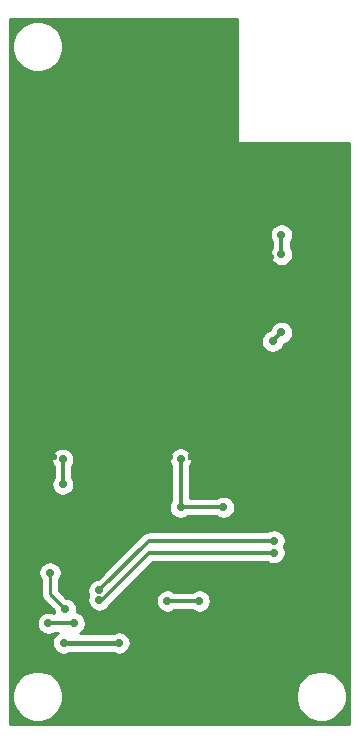
<source format=gbr>
G04 #@! TF.GenerationSoftware,KiCad,Pcbnew,(5.1.4)-1*
G04 #@! TF.CreationDate,2020-12-03T17:16:16+01:00*
G04 #@! TF.ProjectId,LoRa_Balloon,4c6f5261-5f42-4616-9c6c-6f6f6e2e6b69,2*
G04 #@! TF.SameCoordinates,Original*
G04 #@! TF.FileFunction,Copper,L2,Bot*
G04 #@! TF.FilePolarity,Positive*
%FSLAX46Y46*%
G04 Gerber Fmt 4.6, Leading zero omitted, Abs format (unit mm)*
G04 Created by KiCad (PCBNEW (5.1.4)-1) date 2020-12-03 17:16:16*
%MOMM*%
%LPD*%
G04 APERTURE LIST*
%ADD10C,0.600000*%
%ADD11C,0.700000*%
%ADD12C,0.400000*%
%ADD13C,0.300000*%
%ADD14C,0.250000*%
%ADD15C,0.254000*%
G04 APERTURE END LIST*
D10*
X117033680Y-157553580D03*
X124000000Y-151310000D03*
X127310000Y-147370000D03*
X119500000Y-103970000D03*
X118500000Y-103970000D03*
X117500000Y-103970000D03*
X116500000Y-103970000D03*
X115500000Y-103970000D03*
X114500000Y-103970000D03*
X113500000Y-103970000D03*
X112500000Y-103970000D03*
X111500000Y-103970000D03*
X110500000Y-103970000D03*
X109500000Y-103970000D03*
X108500000Y-104010000D03*
X107790000Y-104720000D03*
X107080000Y-105430000D03*
X106370000Y-106140000D03*
X105660000Y-106850000D03*
X104950000Y-107560000D03*
X121100220Y-157380860D03*
X117384200Y-128440520D03*
X113967900Y-142105300D03*
X109865800Y-142841900D03*
X118031900Y-116540200D03*
X119860700Y-116959300D03*
X107541700Y-136669700D03*
X108191300Y-158412100D03*
X113191300Y-158412100D03*
X114691800Y-157916800D03*
X106690800Y-157916800D03*
X103947600Y-156157420D03*
X121230000Y-150620000D03*
X121230000Y-152550000D03*
X109789600Y-151846200D03*
X111389800Y-151846200D03*
X118912440Y-126128200D03*
X118912440Y-125248200D03*
X117826160Y-121176280D03*
X117826160Y-120296280D03*
X120168040Y-136791620D03*
X124145680Y-136248060D03*
X124574940Y-133586140D03*
X121084980Y-134015400D03*
X121684420Y-131328080D03*
X118651660Y-130726100D03*
X124689240Y-131411900D03*
X122271160Y-115496260D03*
X124905140Y-115928060D03*
X124153300Y-118300420D03*
X125446160Y-120492440D03*
X124981340Y-124810440D03*
X125060080Y-127175180D03*
X107046400Y-125422580D03*
X105080440Y-124945060D03*
X104862000Y-119651700D03*
X106868600Y-120743900D03*
X107402000Y-116433520D03*
X107275000Y-124122100D03*
X106492680Y-117975300D03*
X105852600Y-122179000D03*
X105476680Y-115724860D03*
X114226980Y-138767740D03*
X115956720Y-138780440D03*
X117003200Y-138777900D03*
X120597300Y-138765200D03*
X119482240Y-138770280D03*
X121671720Y-138770280D03*
X122786780Y-138765200D03*
X124712100Y-138727100D03*
X125827160Y-138722020D03*
X126916820Y-138737260D03*
X126911740Y-137622200D03*
X126952380Y-131086780D03*
X126947300Y-134396400D03*
X126952380Y-133299120D03*
X126934600Y-135483520D03*
X126916820Y-136524920D03*
X126947300Y-132184060D03*
X123462420Y-112763220D03*
X126772040Y-112768300D03*
X125674760Y-112763220D03*
X126954920Y-130004740D03*
X124559700Y-112768300D03*
X127960760Y-112760680D03*
X126947300Y-128290240D03*
X126939680Y-126966900D03*
X117856640Y-112765760D03*
X116759360Y-112760680D03*
X114547020Y-112760680D03*
X115644300Y-112765760D03*
X119045360Y-112758140D03*
X120142640Y-112763220D03*
X121257700Y-112758140D03*
X122354980Y-112763220D03*
X126947300Y-120665160D03*
X126947300Y-125684200D03*
X126947300Y-122877500D03*
X126947300Y-124332920D03*
X126942220Y-121762440D03*
X126977780Y-116324300D03*
X126982860Y-115227020D03*
X126977780Y-118536640D03*
X126982860Y-117439360D03*
X126965080Y-119623760D03*
X110958000Y-137977800D03*
X110089320Y-138767740D03*
X104404800Y-138727100D03*
X103477700Y-138734720D03*
X103477700Y-136514760D03*
X103472620Y-137612040D03*
X103503100Y-116364940D03*
X103508180Y-115267660D03*
X103467540Y-131333160D03*
X103465000Y-128902380D03*
X103459920Y-127787320D03*
X103475160Y-130307000D03*
X103465000Y-126690040D03*
X103470080Y-123408360D03*
X103475160Y-122311080D03*
X103470080Y-125620700D03*
X103475160Y-124523420D03*
X103492940Y-117914340D03*
X103487860Y-119011620D03*
X103487860Y-121223960D03*
X103492940Y-120126680D03*
X103553900Y-112768300D03*
X104651180Y-112773380D03*
X105766240Y-112768300D03*
X106863520Y-112773380D03*
X108052240Y-112765760D03*
X109149520Y-112770840D03*
X110264580Y-112765760D03*
X113454820Y-112760680D03*
X111361860Y-112770840D03*
X111264470Y-133907470D03*
X110201970Y-133907470D03*
X111264470Y-131782470D03*
X110201970Y-132844970D03*
X110201970Y-131782470D03*
X111264470Y-132844970D03*
X112326970Y-131782470D03*
X112326970Y-132844970D03*
X112326970Y-133907470D03*
X113389470Y-133907470D03*
X113389470Y-132844970D03*
X113389470Y-131782470D03*
X113389470Y-130719970D03*
X112326970Y-130719970D03*
X111264470Y-130719970D03*
X110201970Y-130719970D03*
X112578520Y-128021000D03*
X112756320Y-127035480D03*
X113764700Y-126888160D03*
X114783240Y-127002460D03*
X115832260Y-126971980D03*
X118925980Y-127297100D03*
X120734460Y-126844980D03*
X121669180Y-126771320D03*
X121999380Y-125663880D03*
X121991760Y-124617400D03*
X121984140Y-123578540D03*
X122758840Y-122885120D03*
X122758840Y-121838640D03*
X121991760Y-121137600D03*
X121961280Y-120121600D03*
X117940460Y-119125920D03*
X114920400Y-118508700D03*
X113983140Y-117579060D03*
X115867820Y-119463740D03*
X114475900Y-119545020D03*
X112918880Y-121231580D03*
X113922180Y-121536380D03*
X113884080Y-122341560D03*
X115326800Y-121569400D03*
X116576480Y-122382200D03*
X117816000Y-122509200D03*
X119063140Y-122354260D03*
X121079900Y-119567880D03*
X120033420Y-121980880D03*
X119939440Y-123022280D03*
X119903880Y-124066220D03*
X118750720Y-124089080D03*
X117683920Y-124058600D03*
X117051460Y-125013640D03*
X116053240Y-124924740D03*
X115042320Y-124909500D03*
X114343820Y-124165280D03*
X113320200Y-124150040D03*
X111918120Y-124508180D03*
X112786800Y-125013640D03*
X111509180Y-125435280D03*
X111526960Y-123583620D03*
X111519340Y-122567620D03*
X111521880Y-121536380D03*
X112062900Y-120657540D03*
X112052740Y-119603440D03*
X111882560Y-118607760D03*
X108961560Y-125478460D03*
X109464480Y-124599620D03*
X109449240Y-123596320D03*
X108984420Y-122674300D03*
X108666920Y-121716720D03*
X108956480Y-120743900D03*
X108959020Y-119727900D03*
X108687240Y-118737300D03*
X108923460Y-117761940D03*
X109921680Y-117586680D03*
X110848780Y-117172660D03*
D11*
X115093120Y-143002340D03*
X109888660Y-154496640D03*
X105189660Y-154492880D03*
X118725320Y-143004460D03*
X115093120Y-138917600D03*
X122890920Y-128955720D03*
X104040989Y-148559440D03*
X105347140Y-151653160D03*
X105123620Y-138943000D03*
X105128700Y-141046120D03*
X123637680Y-128208960D03*
X123637680Y-121597340D03*
X123637680Y-119946340D03*
X116683160Y-150936880D03*
X113972980Y-150936880D03*
X123000000Y-145840000D03*
X108200000Y-150051540D03*
X123000000Y-146840000D03*
X108200000Y-150851540D03*
X103899340Y-152829180D03*
X106091360Y-152831720D03*
D12*
X105193420Y-154496640D02*
X105189660Y-154492880D01*
X109888660Y-154496640D02*
X105193420Y-154496640D01*
D13*
X115093120Y-138917600D02*
X115093120Y-143002340D01*
X118184300Y-143002340D02*
X118725320Y-143004460D01*
X115093120Y-143002340D02*
X118184300Y-143002340D01*
X105128700Y-141046120D02*
X105128700Y-138948080D01*
D14*
X105128700Y-138948080D02*
X105123620Y-138943000D01*
X104040989Y-150347009D02*
X105347140Y-151653160D01*
X104040989Y-148559440D02*
X104040989Y-150347009D01*
D13*
X122890920Y-128955720D02*
X123637680Y-128208960D01*
X123637680Y-121597340D02*
X123637680Y-119946340D01*
X116683160Y-150936880D02*
X113972980Y-150936880D01*
X112411540Y-145840000D02*
X123000000Y-145840000D01*
X108200000Y-150051540D02*
X112411540Y-145840000D01*
X108436002Y-150851540D02*
X108200000Y-150851540D01*
X112447542Y-146840000D02*
X108436002Y-150851540D01*
X123000000Y-146840000D02*
X112447542Y-146840000D01*
X103901880Y-152831720D02*
X103899340Y-152829180D01*
X106091360Y-152831720D02*
X103901880Y-152831720D01*
D15*
G36*
X119873000Y-112000000D02*
G01*
X119875440Y-112024776D01*
X119882667Y-112048601D01*
X119894403Y-112070557D01*
X119910197Y-112089803D01*
X119929443Y-112105597D01*
X119951399Y-112117333D01*
X119975224Y-112124560D01*
X120000000Y-112127000D01*
X129340000Y-112127000D01*
X129340001Y-161340000D01*
X100660000Y-161340000D01*
X100660000Y-158786323D01*
X100830497Y-158786323D01*
X100830497Y-159213677D01*
X100913870Y-159632821D01*
X101077412Y-160027645D01*
X101314837Y-160382977D01*
X101617023Y-160685163D01*
X101972355Y-160922588D01*
X102367179Y-161086130D01*
X102786323Y-161169503D01*
X103213677Y-161169503D01*
X103632821Y-161086130D01*
X104027645Y-160922588D01*
X104382977Y-160685163D01*
X104685163Y-160382977D01*
X104922588Y-160027645D01*
X105086130Y-159632821D01*
X105169503Y-159213677D01*
X105169503Y-158786323D01*
X124830497Y-158786323D01*
X124830497Y-159213677D01*
X124913870Y-159632821D01*
X125077412Y-160027645D01*
X125314837Y-160382977D01*
X125617023Y-160685163D01*
X125972355Y-160922588D01*
X126367179Y-161086130D01*
X126786323Y-161169503D01*
X127213677Y-161169503D01*
X127632821Y-161086130D01*
X128027645Y-160922588D01*
X128382977Y-160685163D01*
X128685163Y-160382977D01*
X128922588Y-160027645D01*
X129086130Y-159632821D01*
X129169503Y-159213677D01*
X129169503Y-158786323D01*
X129086130Y-158367179D01*
X128922588Y-157972355D01*
X128685163Y-157617023D01*
X128382977Y-157314837D01*
X128027645Y-157077412D01*
X127632821Y-156913870D01*
X127213677Y-156830497D01*
X126786323Y-156830497D01*
X126367179Y-156913870D01*
X125972355Y-157077412D01*
X125617023Y-157314837D01*
X125314837Y-157617023D01*
X125077412Y-157972355D01*
X124913870Y-158367179D01*
X124830497Y-158786323D01*
X105169503Y-158786323D01*
X105086130Y-158367179D01*
X104922588Y-157972355D01*
X104685163Y-157617023D01*
X104382977Y-157314837D01*
X104027645Y-157077412D01*
X103632821Y-156913870D01*
X103213677Y-156830497D01*
X102786323Y-156830497D01*
X102367179Y-156913870D01*
X101972355Y-157077412D01*
X101617023Y-157314837D01*
X101314837Y-157617023D01*
X101077412Y-157972355D01*
X100913870Y-158367179D01*
X100830497Y-158786323D01*
X100660000Y-158786323D01*
X100660000Y-152732166D01*
X102914340Y-152732166D01*
X102914340Y-152926194D01*
X102952193Y-153116494D01*
X103026444Y-153295752D01*
X103134241Y-153457081D01*
X103271439Y-153594279D01*
X103432768Y-153702076D01*
X103612026Y-153776327D01*
X103802326Y-153814180D01*
X103996354Y-153814180D01*
X104186654Y-153776327D01*
X104365912Y-153702076D01*
X104493656Y-153616720D01*
X104730968Y-153616720D01*
X104723088Y-153619984D01*
X104561759Y-153727781D01*
X104424561Y-153864979D01*
X104316764Y-154026308D01*
X104242513Y-154205566D01*
X104204660Y-154395866D01*
X104204660Y-154589894D01*
X104242513Y-154780194D01*
X104316764Y-154959452D01*
X104424561Y-155120781D01*
X104561759Y-155257979D01*
X104723088Y-155365776D01*
X104902346Y-155440027D01*
X105092646Y-155477880D01*
X105286674Y-155477880D01*
X105476974Y-155440027D01*
X105656232Y-155365776D01*
X105707320Y-155331640D01*
X109365373Y-155331640D01*
X109422088Y-155369536D01*
X109601346Y-155443787D01*
X109791646Y-155481640D01*
X109985674Y-155481640D01*
X110175974Y-155443787D01*
X110355232Y-155369536D01*
X110516561Y-155261739D01*
X110653759Y-155124541D01*
X110761556Y-154963212D01*
X110835807Y-154783954D01*
X110873660Y-154593654D01*
X110873660Y-154399626D01*
X110835807Y-154209326D01*
X110761556Y-154030068D01*
X110653759Y-153868739D01*
X110516561Y-153731541D01*
X110355232Y-153623744D01*
X110175974Y-153549493D01*
X109985674Y-153511640D01*
X109791646Y-153511640D01*
X109601346Y-153549493D01*
X109422088Y-153623744D01*
X109365373Y-153661640D01*
X106622250Y-153661640D01*
X106719261Y-153596819D01*
X106856459Y-153459621D01*
X106964256Y-153298292D01*
X107038507Y-153119034D01*
X107076360Y-152928734D01*
X107076360Y-152734706D01*
X107038507Y-152544406D01*
X106964256Y-152365148D01*
X106856459Y-152203819D01*
X106719261Y-152066621D01*
X106557932Y-151958824D01*
X106378674Y-151884573D01*
X106308195Y-151870554D01*
X106332140Y-151750174D01*
X106332140Y-151556146D01*
X106294287Y-151365846D01*
X106220036Y-151186588D01*
X106112239Y-151025259D01*
X105975041Y-150888061D01*
X105813712Y-150780264D01*
X105634454Y-150706013D01*
X105444154Y-150668160D01*
X105436942Y-150668160D01*
X104800989Y-150032208D01*
X104800989Y-149954526D01*
X107215000Y-149954526D01*
X107215000Y-150148554D01*
X107252853Y-150338854D01*
X107299529Y-150451540D01*
X107252853Y-150564226D01*
X107215000Y-150754526D01*
X107215000Y-150948554D01*
X107252853Y-151138854D01*
X107327104Y-151318112D01*
X107434901Y-151479441D01*
X107572099Y-151616639D01*
X107733428Y-151724436D01*
X107912686Y-151798687D01*
X108102986Y-151836540D01*
X108297014Y-151836540D01*
X108487314Y-151798687D01*
X108666572Y-151724436D01*
X108827901Y-151616639D01*
X108965099Y-151479441D01*
X109059422Y-151338277D01*
X109557833Y-150839866D01*
X112987980Y-150839866D01*
X112987980Y-151033894D01*
X113025833Y-151224194D01*
X113100084Y-151403452D01*
X113207881Y-151564781D01*
X113345079Y-151701979D01*
X113506408Y-151809776D01*
X113685666Y-151884027D01*
X113875966Y-151921880D01*
X114069994Y-151921880D01*
X114260294Y-151884027D01*
X114439552Y-151809776D01*
X114571097Y-151721880D01*
X116085043Y-151721880D01*
X116216588Y-151809776D01*
X116395846Y-151884027D01*
X116586146Y-151921880D01*
X116780174Y-151921880D01*
X116970474Y-151884027D01*
X117149732Y-151809776D01*
X117311061Y-151701979D01*
X117448259Y-151564781D01*
X117556056Y-151403452D01*
X117630307Y-151224194D01*
X117668160Y-151033894D01*
X117668160Y-150839866D01*
X117630307Y-150649566D01*
X117556056Y-150470308D01*
X117448259Y-150308979D01*
X117311061Y-150171781D01*
X117149732Y-150063984D01*
X116970474Y-149989733D01*
X116780174Y-149951880D01*
X116586146Y-149951880D01*
X116395846Y-149989733D01*
X116216588Y-150063984D01*
X116085043Y-150151880D01*
X114571097Y-150151880D01*
X114439552Y-150063984D01*
X114260294Y-149989733D01*
X114069994Y-149951880D01*
X113875966Y-149951880D01*
X113685666Y-149989733D01*
X113506408Y-150063984D01*
X113345079Y-150171781D01*
X113207881Y-150308979D01*
X113100084Y-150470308D01*
X113025833Y-150649566D01*
X112987980Y-150839866D01*
X109557833Y-150839866D01*
X112772700Y-147625000D01*
X122401883Y-147625000D01*
X122533428Y-147712896D01*
X122712686Y-147787147D01*
X122902986Y-147825000D01*
X123097014Y-147825000D01*
X123287314Y-147787147D01*
X123466572Y-147712896D01*
X123627901Y-147605099D01*
X123765099Y-147467901D01*
X123872896Y-147306572D01*
X123947147Y-147127314D01*
X123985000Y-146937014D01*
X123985000Y-146742986D01*
X123947147Y-146552686D01*
X123872896Y-146373428D01*
X123850560Y-146340000D01*
X123872896Y-146306572D01*
X123947147Y-146127314D01*
X123985000Y-145937014D01*
X123985000Y-145742986D01*
X123947147Y-145552686D01*
X123872896Y-145373428D01*
X123765099Y-145212099D01*
X123627901Y-145074901D01*
X123466572Y-144967104D01*
X123287314Y-144892853D01*
X123097014Y-144855000D01*
X122902986Y-144855000D01*
X122712686Y-144892853D01*
X122533428Y-144967104D01*
X122401883Y-145055000D01*
X112450095Y-145055000D01*
X112411540Y-145051203D01*
X112372984Y-145055000D01*
X112372979Y-145055000D01*
X112332566Y-145058980D01*
X112257653Y-145066358D01*
X112109680Y-145111246D01*
X111973307Y-145184138D01*
X111939237Y-145212099D01*
X111883727Y-145257655D01*
X111883724Y-145257658D01*
X111853776Y-145282236D01*
X111829198Y-145312184D01*
X108067855Y-149073528D01*
X107912686Y-149104393D01*
X107733428Y-149178644D01*
X107572099Y-149286441D01*
X107434901Y-149423639D01*
X107327104Y-149584968D01*
X107252853Y-149764226D01*
X107215000Y-149954526D01*
X104800989Y-149954526D01*
X104800989Y-149192440D01*
X104806088Y-149187341D01*
X104913885Y-149026012D01*
X104988136Y-148846754D01*
X105025989Y-148656454D01*
X105025989Y-148462426D01*
X104988136Y-148272126D01*
X104913885Y-148092868D01*
X104806088Y-147931539D01*
X104668890Y-147794341D01*
X104507561Y-147686544D01*
X104328303Y-147612293D01*
X104138003Y-147574440D01*
X103943975Y-147574440D01*
X103753675Y-147612293D01*
X103574417Y-147686544D01*
X103413088Y-147794341D01*
X103275890Y-147931539D01*
X103168093Y-148092868D01*
X103093842Y-148272126D01*
X103055989Y-148462426D01*
X103055989Y-148656454D01*
X103093842Y-148846754D01*
X103168093Y-149026012D01*
X103275890Y-149187341D01*
X103280989Y-149192440D01*
X103280990Y-150309677D01*
X103277313Y-150347009D01*
X103280990Y-150384342D01*
X103291987Y-150495995D01*
X103298696Y-150518112D01*
X103335443Y-150639255D01*
X103406015Y-150771285D01*
X103477190Y-150858011D01*
X103500989Y-150887010D01*
X103529987Y-150910808D01*
X104362140Y-151742962D01*
X104362140Y-151750174D01*
X104399993Y-151940474D01*
X104422090Y-151993821D01*
X104365912Y-151956284D01*
X104186654Y-151882033D01*
X103996354Y-151844180D01*
X103802326Y-151844180D01*
X103612026Y-151882033D01*
X103432768Y-151956284D01*
X103271439Y-152064081D01*
X103134241Y-152201279D01*
X103026444Y-152362608D01*
X102952193Y-152541866D01*
X102914340Y-152732166D01*
X100660000Y-152732166D01*
X100660000Y-138845986D01*
X104138620Y-138845986D01*
X104138620Y-139040014D01*
X104176473Y-139230314D01*
X104250724Y-139409572D01*
X104343701Y-139548721D01*
X104343700Y-140448002D01*
X104255804Y-140579548D01*
X104181553Y-140758806D01*
X104143700Y-140949106D01*
X104143700Y-141143134D01*
X104181553Y-141333434D01*
X104255804Y-141512692D01*
X104363601Y-141674021D01*
X104500799Y-141811219D01*
X104662128Y-141919016D01*
X104841386Y-141993267D01*
X105031686Y-142031120D01*
X105225714Y-142031120D01*
X105416014Y-141993267D01*
X105595272Y-141919016D01*
X105756601Y-141811219D01*
X105893799Y-141674021D01*
X106001596Y-141512692D01*
X106075847Y-141333434D01*
X106113700Y-141143134D01*
X106113700Y-140949106D01*
X106075847Y-140758806D01*
X106001596Y-140579548D01*
X105913700Y-140448003D01*
X105913700Y-139533514D01*
X105996516Y-139409572D01*
X106070767Y-139230314D01*
X106108620Y-139040014D01*
X106108620Y-138845986D01*
X106103568Y-138820586D01*
X114108120Y-138820586D01*
X114108120Y-139014614D01*
X114145973Y-139204914D01*
X114220224Y-139384172D01*
X114308120Y-139515717D01*
X114308121Y-142404222D01*
X114220224Y-142535768D01*
X114145973Y-142715026D01*
X114108120Y-142905326D01*
X114108120Y-143099354D01*
X114145973Y-143289654D01*
X114220224Y-143468912D01*
X114328021Y-143630241D01*
X114465219Y-143767439D01*
X114626548Y-143875236D01*
X114805806Y-143949487D01*
X114996106Y-143987340D01*
X115190134Y-143987340D01*
X115380434Y-143949487D01*
X115559692Y-143875236D01*
X115691237Y-143787340D01*
X118124030Y-143787340D01*
X118258748Y-143877356D01*
X118438006Y-143951607D01*
X118628306Y-143989460D01*
X118822334Y-143989460D01*
X119012634Y-143951607D01*
X119191892Y-143877356D01*
X119353221Y-143769559D01*
X119490419Y-143632361D01*
X119598216Y-143471032D01*
X119672467Y-143291774D01*
X119710320Y-143101474D01*
X119710320Y-142907446D01*
X119672467Y-142717146D01*
X119598216Y-142537888D01*
X119490419Y-142376559D01*
X119353221Y-142239361D01*
X119191892Y-142131564D01*
X119012634Y-142057313D01*
X118822334Y-142019460D01*
X118628306Y-142019460D01*
X118438006Y-142057313D01*
X118258748Y-142131564D01*
X118130376Y-142217340D01*
X115878120Y-142217340D01*
X115878120Y-139515717D01*
X115966016Y-139384172D01*
X116040267Y-139204914D01*
X116078120Y-139014614D01*
X116078120Y-138820586D01*
X116040267Y-138630286D01*
X115966016Y-138451028D01*
X115858219Y-138289699D01*
X115721021Y-138152501D01*
X115559692Y-138044704D01*
X115380434Y-137970453D01*
X115190134Y-137932600D01*
X114996106Y-137932600D01*
X114805806Y-137970453D01*
X114626548Y-138044704D01*
X114465219Y-138152501D01*
X114328021Y-138289699D01*
X114220224Y-138451028D01*
X114145973Y-138630286D01*
X114108120Y-138820586D01*
X106103568Y-138820586D01*
X106070767Y-138655686D01*
X105996516Y-138476428D01*
X105888719Y-138315099D01*
X105751521Y-138177901D01*
X105590192Y-138070104D01*
X105410934Y-137995853D01*
X105220634Y-137958000D01*
X105026606Y-137958000D01*
X104836306Y-137995853D01*
X104657048Y-138070104D01*
X104495719Y-138177901D01*
X104358521Y-138315099D01*
X104250724Y-138476428D01*
X104176473Y-138655686D01*
X104138620Y-138845986D01*
X100660000Y-138845986D01*
X100660000Y-128858706D01*
X121905920Y-128858706D01*
X121905920Y-129052734D01*
X121943773Y-129243034D01*
X122018024Y-129422292D01*
X122125821Y-129583621D01*
X122263019Y-129720819D01*
X122424348Y-129828616D01*
X122603606Y-129902867D01*
X122793906Y-129940720D01*
X122987934Y-129940720D01*
X123178234Y-129902867D01*
X123357492Y-129828616D01*
X123518821Y-129720819D01*
X123656019Y-129583621D01*
X123763816Y-129422292D01*
X123838067Y-129243034D01*
X123852489Y-129170529D01*
X123924994Y-129156107D01*
X124104252Y-129081856D01*
X124265581Y-128974059D01*
X124402779Y-128836861D01*
X124510576Y-128675532D01*
X124584827Y-128496274D01*
X124622680Y-128305974D01*
X124622680Y-128111946D01*
X124584827Y-127921646D01*
X124510576Y-127742388D01*
X124402779Y-127581059D01*
X124265581Y-127443861D01*
X124104252Y-127336064D01*
X123924994Y-127261813D01*
X123734694Y-127223960D01*
X123540666Y-127223960D01*
X123350366Y-127261813D01*
X123171108Y-127336064D01*
X123009779Y-127443861D01*
X122872581Y-127581059D01*
X122764784Y-127742388D01*
X122690533Y-127921646D01*
X122676111Y-127994151D01*
X122603606Y-128008573D01*
X122424348Y-128082824D01*
X122263019Y-128190621D01*
X122125821Y-128327819D01*
X122018024Y-128489148D01*
X121943773Y-128668406D01*
X121905920Y-128858706D01*
X100660000Y-128858706D01*
X100660000Y-119849326D01*
X122652680Y-119849326D01*
X122652680Y-120043354D01*
X122690533Y-120233654D01*
X122764784Y-120412912D01*
X122852681Y-120544458D01*
X122852680Y-120999222D01*
X122764784Y-121130768D01*
X122690533Y-121310026D01*
X122652680Y-121500326D01*
X122652680Y-121694354D01*
X122690533Y-121884654D01*
X122764784Y-122063912D01*
X122872581Y-122225241D01*
X123009779Y-122362439D01*
X123171108Y-122470236D01*
X123350366Y-122544487D01*
X123540666Y-122582340D01*
X123734694Y-122582340D01*
X123924994Y-122544487D01*
X124104252Y-122470236D01*
X124265581Y-122362439D01*
X124402779Y-122225241D01*
X124510576Y-122063912D01*
X124584827Y-121884654D01*
X124622680Y-121694354D01*
X124622680Y-121500326D01*
X124584827Y-121310026D01*
X124510576Y-121130768D01*
X124422680Y-120999223D01*
X124422680Y-120544457D01*
X124510576Y-120412912D01*
X124584827Y-120233654D01*
X124622680Y-120043354D01*
X124622680Y-119849326D01*
X124584827Y-119659026D01*
X124510576Y-119479768D01*
X124402779Y-119318439D01*
X124265581Y-119181241D01*
X124104252Y-119073444D01*
X123924994Y-118999193D01*
X123734694Y-118961340D01*
X123540666Y-118961340D01*
X123350366Y-118999193D01*
X123171108Y-119073444D01*
X123009779Y-119181241D01*
X122872581Y-119318439D01*
X122764784Y-119479768D01*
X122690533Y-119659026D01*
X122652680Y-119849326D01*
X100660000Y-119849326D01*
X100660000Y-103786323D01*
X100830497Y-103786323D01*
X100830497Y-104213677D01*
X100913870Y-104632821D01*
X101077412Y-105027645D01*
X101314837Y-105382977D01*
X101617023Y-105685163D01*
X101972355Y-105922588D01*
X102367179Y-106086130D01*
X102786323Y-106169503D01*
X103213677Y-106169503D01*
X103632821Y-106086130D01*
X104027645Y-105922588D01*
X104382977Y-105685163D01*
X104685163Y-105382977D01*
X104922588Y-105027645D01*
X105086130Y-104632821D01*
X105169503Y-104213677D01*
X105169503Y-103786323D01*
X105086130Y-103367179D01*
X104922588Y-102972355D01*
X104685163Y-102617023D01*
X104382977Y-102314837D01*
X104027645Y-102077412D01*
X103632821Y-101913870D01*
X103213677Y-101830497D01*
X102786323Y-101830497D01*
X102367179Y-101913870D01*
X101972355Y-102077412D01*
X101617023Y-102314837D01*
X101314837Y-102617023D01*
X101077412Y-102972355D01*
X100913870Y-103367179D01*
X100830497Y-103786323D01*
X100660000Y-103786323D01*
X100660000Y-101660000D01*
X119873000Y-101660000D01*
X119873000Y-112000000D01*
X119873000Y-112000000D01*
G37*
X119873000Y-112000000D02*
X119875440Y-112024776D01*
X119882667Y-112048601D01*
X119894403Y-112070557D01*
X119910197Y-112089803D01*
X119929443Y-112105597D01*
X119951399Y-112117333D01*
X119975224Y-112124560D01*
X120000000Y-112127000D01*
X129340000Y-112127000D01*
X129340001Y-161340000D01*
X100660000Y-161340000D01*
X100660000Y-158786323D01*
X100830497Y-158786323D01*
X100830497Y-159213677D01*
X100913870Y-159632821D01*
X101077412Y-160027645D01*
X101314837Y-160382977D01*
X101617023Y-160685163D01*
X101972355Y-160922588D01*
X102367179Y-161086130D01*
X102786323Y-161169503D01*
X103213677Y-161169503D01*
X103632821Y-161086130D01*
X104027645Y-160922588D01*
X104382977Y-160685163D01*
X104685163Y-160382977D01*
X104922588Y-160027645D01*
X105086130Y-159632821D01*
X105169503Y-159213677D01*
X105169503Y-158786323D01*
X124830497Y-158786323D01*
X124830497Y-159213677D01*
X124913870Y-159632821D01*
X125077412Y-160027645D01*
X125314837Y-160382977D01*
X125617023Y-160685163D01*
X125972355Y-160922588D01*
X126367179Y-161086130D01*
X126786323Y-161169503D01*
X127213677Y-161169503D01*
X127632821Y-161086130D01*
X128027645Y-160922588D01*
X128382977Y-160685163D01*
X128685163Y-160382977D01*
X128922588Y-160027645D01*
X129086130Y-159632821D01*
X129169503Y-159213677D01*
X129169503Y-158786323D01*
X129086130Y-158367179D01*
X128922588Y-157972355D01*
X128685163Y-157617023D01*
X128382977Y-157314837D01*
X128027645Y-157077412D01*
X127632821Y-156913870D01*
X127213677Y-156830497D01*
X126786323Y-156830497D01*
X126367179Y-156913870D01*
X125972355Y-157077412D01*
X125617023Y-157314837D01*
X125314837Y-157617023D01*
X125077412Y-157972355D01*
X124913870Y-158367179D01*
X124830497Y-158786323D01*
X105169503Y-158786323D01*
X105086130Y-158367179D01*
X104922588Y-157972355D01*
X104685163Y-157617023D01*
X104382977Y-157314837D01*
X104027645Y-157077412D01*
X103632821Y-156913870D01*
X103213677Y-156830497D01*
X102786323Y-156830497D01*
X102367179Y-156913870D01*
X101972355Y-157077412D01*
X101617023Y-157314837D01*
X101314837Y-157617023D01*
X101077412Y-157972355D01*
X100913870Y-158367179D01*
X100830497Y-158786323D01*
X100660000Y-158786323D01*
X100660000Y-152732166D01*
X102914340Y-152732166D01*
X102914340Y-152926194D01*
X102952193Y-153116494D01*
X103026444Y-153295752D01*
X103134241Y-153457081D01*
X103271439Y-153594279D01*
X103432768Y-153702076D01*
X103612026Y-153776327D01*
X103802326Y-153814180D01*
X103996354Y-153814180D01*
X104186654Y-153776327D01*
X104365912Y-153702076D01*
X104493656Y-153616720D01*
X104730968Y-153616720D01*
X104723088Y-153619984D01*
X104561759Y-153727781D01*
X104424561Y-153864979D01*
X104316764Y-154026308D01*
X104242513Y-154205566D01*
X104204660Y-154395866D01*
X104204660Y-154589894D01*
X104242513Y-154780194D01*
X104316764Y-154959452D01*
X104424561Y-155120781D01*
X104561759Y-155257979D01*
X104723088Y-155365776D01*
X104902346Y-155440027D01*
X105092646Y-155477880D01*
X105286674Y-155477880D01*
X105476974Y-155440027D01*
X105656232Y-155365776D01*
X105707320Y-155331640D01*
X109365373Y-155331640D01*
X109422088Y-155369536D01*
X109601346Y-155443787D01*
X109791646Y-155481640D01*
X109985674Y-155481640D01*
X110175974Y-155443787D01*
X110355232Y-155369536D01*
X110516561Y-155261739D01*
X110653759Y-155124541D01*
X110761556Y-154963212D01*
X110835807Y-154783954D01*
X110873660Y-154593654D01*
X110873660Y-154399626D01*
X110835807Y-154209326D01*
X110761556Y-154030068D01*
X110653759Y-153868739D01*
X110516561Y-153731541D01*
X110355232Y-153623744D01*
X110175974Y-153549493D01*
X109985674Y-153511640D01*
X109791646Y-153511640D01*
X109601346Y-153549493D01*
X109422088Y-153623744D01*
X109365373Y-153661640D01*
X106622250Y-153661640D01*
X106719261Y-153596819D01*
X106856459Y-153459621D01*
X106964256Y-153298292D01*
X107038507Y-153119034D01*
X107076360Y-152928734D01*
X107076360Y-152734706D01*
X107038507Y-152544406D01*
X106964256Y-152365148D01*
X106856459Y-152203819D01*
X106719261Y-152066621D01*
X106557932Y-151958824D01*
X106378674Y-151884573D01*
X106308195Y-151870554D01*
X106332140Y-151750174D01*
X106332140Y-151556146D01*
X106294287Y-151365846D01*
X106220036Y-151186588D01*
X106112239Y-151025259D01*
X105975041Y-150888061D01*
X105813712Y-150780264D01*
X105634454Y-150706013D01*
X105444154Y-150668160D01*
X105436942Y-150668160D01*
X104800989Y-150032208D01*
X104800989Y-149954526D01*
X107215000Y-149954526D01*
X107215000Y-150148554D01*
X107252853Y-150338854D01*
X107299529Y-150451540D01*
X107252853Y-150564226D01*
X107215000Y-150754526D01*
X107215000Y-150948554D01*
X107252853Y-151138854D01*
X107327104Y-151318112D01*
X107434901Y-151479441D01*
X107572099Y-151616639D01*
X107733428Y-151724436D01*
X107912686Y-151798687D01*
X108102986Y-151836540D01*
X108297014Y-151836540D01*
X108487314Y-151798687D01*
X108666572Y-151724436D01*
X108827901Y-151616639D01*
X108965099Y-151479441D01*
X109059422Y-151338277D01*
X109557833Y-150839866D01*
X112987980Y-150839866D01*
X112987980Y-151033894D01*
X113025833Y-151224194D01*
X113100084Y-151403452D01*
X113207881Y-151564781D01*
X113345079Y-151701979D01*
X113506408Y-151809776D01*
X113685666Y-151884027D01*
X113875966Y-151921880D01*
X114069994Y-151921880D01*
X114260294Y-151884027D01*
X114439552Y-151809776D01*
X114571097Y-151721880D01*
X116085043Y-151721880D01*
X116216588Y-151809776D01*
X116395846Y-151884027D01*
X116586146Y-151921880D01*
X116780174Y-151921880D01*
X116970474Y-151884027D01*
X117149732Y-151809776D01*
X117311061Y-151701979D01*
X117448259Y-151564781D01*
X117556056Y-151403452D01*
X117630307Y-151224194D01*
X117668160Y-151033894D01*
X117668160Y-150839866D01*
X117630307Y-150649566D01*
X117556056Y-150470308D01*
X117448259Y-150308979D01*
X117311061Y-150171781D01*
X117149732Y-150063984D01*
X116970474Y-149989733D01*
X116780174Y-149951880D01*
X116586146Y-149951880D01*
X116395846Y-149989733D01*
X116216588Y-150063984D01*
X116085043Y-150151880D01*
X114571097Y-150151880D01*
X114439552Y-150063984D01*
X114260294Y-149989733D01*
X114069994Y-149951880D01*
X113875966Y-149951880D01*
X113685666Y-149989733D01*
X113506408Y-150063984D01*
X113345079Y-150171781D01*
X113207881Y-150308979D01*
X113100084Y-150470308D01*
X113025833Y-150649566D01*
X112987980Y-150839866D01*
X109557833Y-150839866D01*
X112772700Y-147625000D01*
X122401883Y-147625000D01*
X122533428Y-147712896D01*
X122712686Y-147787147D01*
X122902986Y-147825000D01*
X123097014Y-147825000D01*
X123287314Y-147787147D01*
X123466572Y-147712896D01*
X123627901Y-147605099D01*
X123765099Y-147467901D01*
X123872896Y-147306572D01*
X123947147Y-147127314D01*
X123985000Y-146937014D01*
X123985000Y-146742986D01*
X123947147Y-146552686D01*
X123872896Y-146373428D01*
X123850560Y-146340000D01*
X123872896Y-146306572D01*
X123947147Y-146127314D01*
X123985000Y-145937014D01*
X123985000Y-145742986D01*
X123947147Y-145552686D01*
X123872896Y-145373428D01*
X123765099Y-145212099D01*
X123627901Y-145074901D01*
X123466572Y-144967104D01*
X123287314Y-144892853D01*
X123097014Y-144855000D01*
X122902986Y-144855000D01*
X122712686Y-144892853D01*
X122533428Y-144967104D01*
X122401883Y-145055000D01*
X112450095Y-145055000D01*
X112411540Y-145051203D01*
X112372984Y-145055000D01*
X112372979Y-145055000D01*
X112332566Y-145058980D01*
X112257653Y-145066358D01*
X112109680Y-145111246D01*
X111973307Y-145184138D01*
X111939237Y-145212099D01*
X111883727Y-145257655D01*
X111883724Y-145257658D01*
X111853776Y-145282236D01*
X111829198Y-145312184D01*
X108067855Y-149073528D01*
X107912686Y-149104393D01*
X107733428Y-149178644D01*
X107572099Y-149286441D01*
X107434901Y-149423639D01*
X107327104Y-149584968D01*
X107252853Y-149764226D01*
X107215000Y-149954526D01*
X104800989Y-149954526D01*
X104800989Y-149192440D01*
X104806088Y-149187341D01*
X104913885Y-149026012D01*
X104988136Y-148846754D01*
X105025989Y-148656454D01*
X105025989Y-148462426D01*
X104988136Y-148272126D01*
X104913885Y-148092868D01*
X104806088Y-147931539D01*
X104668890Y-147794341D01*
X104507561Y-147686544D01*
X104328303Y-147612293D01*
X104138003Y-147574440D01*
X103943975Y-147574440D01*
X103753675Y-147612293D01*
X103574417Y-147686544D01*
X103413088Y-147794341D01*
X103275890Y-147931539D01*
X103168093Y-148092868D01*
X103093842Y-148272126D01*
X103055989Y-148462426D01*
X103055989Y-148656454D01*
X103093842Y-148846754D01*
X103168093Y-149026012D01*
X103275890Y-149187341D01*
X103280989Y-149192440D01*
X103280990Y-150309677D01*
X103277313Y-150347009D01*
X103280990Y-150384342D01*
X103291987Y-150495995D01*
X103298696Y-150518112D01*
X103335443Y-150639255D01*
X103406015Y-150771285D01*
X103477190Y-150858011D01*
X103500989Y-150887010D01*
X103529987Y-150910808D01*
X104362140Y-151742962D01*
X104362140Y-151750174D01*
X104399993Y-151940474D01*
X104422090Y-151993821D01*
X104365912Y-151956284D01*
X104186654Y-151882033D01*
X103996354Y-151844180D01*
X103802326Y-151844180D01*
X103612026Y-151882033D01*
X103432768Y-151956284D01*
X103271439Y-152064081D01*
X103134241Y-152201279D01*
X103026444Y-152362608D01*
X102952193Y-152541866D01*
X102914340Y-152732166D01*
X100660000Y-152732166D01*
X100660000Y-138845986D01*
X104138620Y-138845986D01*
X104138620Y-139040014D01*
X104176473Y-139230314D01*
X104250724Y-139409572D01*
X104343701Y-139548721D01*
X104343700Y-140448002D01*
X104255804Y-140579548D01*
X104181553Y-140758806D01*
X104143700Y-140949106D01*
X104143700Y-141143134D01*
X104181553Y-141333434D01*
X104255804Y-141512692D01*
X104363601Y-141674021D01*
X104500799Y-141811219D01*
X104662128Y-141919016D01*
X104841386Y-141993267D01*
X105031686Y-142031120D01*
X105225714Y-142031120D01*
X105416014Y-141993267D01*
X105595272Y-141919016D01*
X105756601Y-141811219D01*
X105893799Y-141674021D01*
X106001596Y-141512692D01*
X106075847Y-141333434D01*
X106113700Y-141143134D01*
X106113700Y-140949106D01*
X106075847Y-140758806D01*
X106001596Y-140579548D01*
X105913700Y-140448003D01*
X105913700Y-139533514D01*
X105996516Y-139409572D01*
X106070767Y-139230314D01*
X106108620Y-139040014D01*
X106108620Y-138845986D01*
X106103568Y-138820586D01*
X114108120Y-138820586D01*
X114108120Y-139014614D01*
X114145973Y-139204914D01*
X114220224Y-139384172D01*
X114308120Y-139515717D01*
X114308121Y-142404222D01*
X114220224Y-142535768D01*
X114145973Y-142715026D01*
X114108120Y-142905326D01*
X114108120Y-143099354D01*
X114145973Y-143289654D01*
X114220224Y-143468912D01*
X114328021Y-143630241D01*
X114465219Y-143767439D01*
X114626548Y-143875236D01*
X114805806Y-143949487D01*
X114996106Y-143987340D01*
X115190134Y-143987340D01*
X115380434Y-143949487D01*
X115559692Y-143875236D01*
X115691237Y-143787340D01*
X118124030Y-143787340D01*
X118258748Y-143877356D01*
X118438006Y-143951607D01*
X118628306Y-143989460D01*
X118822334Y-143989460D01*
X119012634Y-143951607D01*
X119191892Y-143877356D01*
X119353221Y-143769559D01*
X119490419Y-143632361D01*
X119598216Y-143471032D01*
X119672467Y-143291774D01*
X119710320Y-143101474D01*
X119710320Y-142907446D01*
X119672467Y-142717146D01*
X119598216Y-142537888D01*
X119490419Y-142376559D01*
X119353221Y-142239361D01*
X119191892Y-142131564D01*
X119012634Y-142057313D01*
X118822334Y-142019460D01*
X118628306Y-142019460D01*
X118438006Y-142057313D01*
X118258748Y-142131564D01*
X118130376Y-142217340D01*
X115878120Y-142217340D01*
X115878120Y-139515717D01*
X115966016Y-139384172D01*
X116040267Y-139204914D01*
X116078120Y-139014614D01*
X116078120Y-138820586D01*
X116040267Y-138630286D01*
X115966016Y-138451028D01*
X115858219Y-138289699D01*
X115721021Y-138152501D01*
X115559692Y-138044704D01*
X115380434Y-137970453D01*
X115190134Y-137932600D01*
X114996106Y-137932600D01*
X114805806Y-137970453D01*
X114626548Y-138044704D01*
X114465219Y-138152501D01*
X114328021Y-138289699D01*
X114220224Y-138451028D01*
X114145973Y-138630286D01*
X114108120Y-138820586D01*
X106103568Y-138820586D01*
X106070767Y-138655686D01*
X105996516Y-138476428D01*
X105888719Y-138315099D01*
X105751521Y-138177901D01*
X105590192Y-138070104D01*
X105410934Y-137995853D01*
X105220634Y-137958000D01*
X105026606Y-137958000D01*
X104836306Y-137995853D01*
X104657048Y-138070104D01*
X104495719Y-138177901D01*
X104358521Y-138315099D01*
X104250724Y-138476428D01*
X104176473Y-138655686D01*
X104138620Y-138845986D01*
X100660000Y-138845986D01*
X100660000Y-128858706D01*
X121905920Y-128858706D01*
X121905920Y-129052734D01*
X121943773Y-129243034D01*
X122018024Y-129422292D01*
X122125821Y-129583621D01*
X122263019Y-129720819D01*
X122424348Y-129828616D01*
X122603606Y-129902867D01*
X122793906Y-129940720D01*
X122987934Y-129940720D01*
X123178234Y-129902867D01*
X123357492Y-129828616D01*
X123518821Y-129720819D01*
X123656019Y-129583621D01*
X123763816Y-129422292D01*
X123838067Y-129243034D01*
X123852489Y-129170529D01*
X123924994Y-129156107D01*
X124104252Y-129081856D01*
X124265581Y-128974059D01*
X124402779Y-128836861D01*
X124510576Y-128675532D01*
X124584827Y-128496274D01*
X124622680Y-128305974D01*
X124622680Y-128111946D01*
X124584827Y-127921646D01*
X124510576Y-127742388D01*
X124402779Y-127581059D01*
X124265581Y-127443861D01*
X124104252Y-127336064D01*
X123924994Y-127261813D01*
X123734694Y-127223960D01*
X123540666Y-127223960D01*
X123350366Y-127261813D01*
X123171108Y-127336064D01*
X123009779Y-127443861D01*
X122872581Y-127581059D01*
X122764784Y-127742388D01*
X122690533Y-127921646D01*
X122676111Y-127994151D01*
X122603606Y-128008573D01*
X122424348Y-128082824D01*
X122263019Y-128190621D01*
X122125821Y-128327819D01*
X122018024Y-128489148D01*
X121943773Y-128668406D01*
X121905920Y-128858706D01*
X100660000Y-128858706D01*
X100660000Y-119849326D01*
X122652680Y-119849326D01*
X122652680Y-120043354D01*
X122690533Y-120233654D01*
X122764784Y-120412912D01*
X122852681Y-120544458D01*
X122852680Y-120999222D01*
X122764784Y-121130768D01*
X122690533Y-121310026D01*
X122652680Y-121500326D01*
X122652680Y-121694354D01*
X122690533Y-121884654D01*
X122764784Y-122063912D01*
X122872581Y-122225241D01*
X123009779Y-122362439D01*
X123171108Y-122470236D01*
X123350366Y-122544487D01*
X123540666Y-122582340D01*
X123734694Y-122582340D01*
X123924994Y-122544487D01*
X124104252Y-122470236D01*
X124265581Y-122362439D01*
X124402779Y-122225241D01*
X124510576Y-122063912D01*
X124584827Y-121884654D01*
X124622680Y-121694354D01*
X124622680Y-121500326D01*
X124584827Y-121310026D01*
X124510576Y-121130768D01*
X124422680Y-120999223D01*
X124422680Y-120544457D01*
X124510576Y-120412912D01*
X124584827Y-120233654D01*
X124622680Y-120043354D01*
X124622680Y-119849326D01*
X124584827Y-119659026D01*
X124510576Y-119479768D01*
X124402779Y-119318439D01*
X124265581Y-119181241D01*
X124104252Y-119073444D01*
X123924994Y-118999193D01*
X123734694Y-118961340D01*
X123540666Y-118961340D01*
X123350366Y-118999193D01*
X123171108Y-119073444D01*
X123009779Y-119181241D01*
X122872581Y-119318439D01*
X122764784Y-119479768D01*
X122690533Y-119659026D01*
X122652680Y-119849326D01*
X100660000Y-119849326D01*
X100660000Y-103786323D01*
X100830497Y-103786323D01*
X100830497Y-104213677D01*
X100913870Y-104632821D01*
X101077412Y-105027645D01*
X101314837Y-105382977D01*
X101617023Y-105685163D01*
X101972355Y-105922588D01*
X102367179Y-106086130D01*
X102786323Y-106169503D01*
X103213677Y-106169503D01*
X103632821Y-106086130D01*
X104027645Y-105922588D01*
X104382977Y-105685163D01*
X104685163Y-105382977D01*
X104922588Y-105027645D01*
X105086130Y-104632821D01*
X105169503Y-104213677D01*
X105169503Y-103786323D01*
X105086130Y-103367179D01*
X104922588Y-102972355D01*
X104685163Y-102617023D01*
X104382977Y-102314837D01*
X104027645Y-102077412D01*
X103632821Y-101913870D01*
X103213677Y-101830497D01*
X102786323Y-101830497D01*
X102367179Y-101913870D01*
X101972355Y-102077412D01*
X101617023Y-102314837D01*
X101314837Y-102617023D01*
X101077412Y-102972355D01*
X100913870Y-103367179D01*
X100830497Y-103786323D01*
X100660000Y-103786323D01*
X100660000Y-101660000D01*
X119873000Y-101660000D01*
X119873000Y-112000000D01*
M02*

</source>
